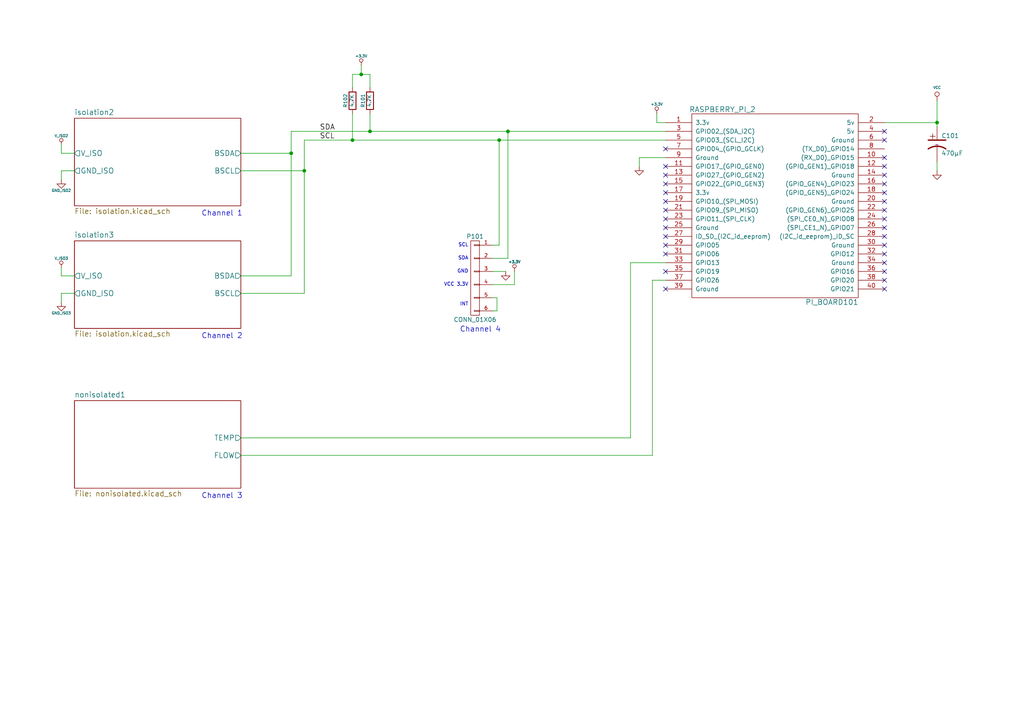
<source format=kicad_sch>
(kicad_sch (version 20211123) (generator eeschema)
  (paper "A4")
  (title_block (title "Tentacle for Raspberry Pi") (date "2016-11-04") (rev "00.04") (company "Whitebox Labs") (comment 1 "Dual isolation, I2C Bus Design") (comment 2 "Pedro Martin"))
  (lib_symbols
    (symbol "tentacle-raspi:+3,3V" (power) (pin_names (offset 0))
      (property "Value" "+3,3V" (at 0 2.794 0))
      (symbol "+3,3V_0_0"
        (pin power_in line (at 0 0 90) (length 0) hide (name "+3.3V") (number "1"))
      )
      (symbol "+3,3V_0_1"
        (polyline (pts (xy 0 0) (xy 0 1.016) (xy 0 1.016)))
        (circle (center 0 1.524) (radius 0.508))
      )
    )
    (symbol "tentacle-raspi:CONN_01X06" (pin_names (offset 1.016) hide)
      (property "Reference" "P" (at 0 12.065 0))
      (property "Value" "CONN_01X06" (at 2.54 0 90))
      (symbol "CONN_01X06_0_1"
        (rectangle (start -1.27 -9.398) (end 0.254 -9.652))
        (rectangle (start -1.27 -5.588) (end 0.254 -5.842))
        (rectangle (start -1.27 -1.778) (end 0.254 -2.032))
        (rectangle (start -1.27 2.032) (end 0.254 1.778))
        (rectangle (start -1.27 5.842) (end 0.254 5.588))
        (rectangle (start -1.27 9.652) (end 0.254 9.398))
        (rectangle (start -1.27 10.795) (end 1.27 -10.795))
      )
      (symbol "CONN_01X06_1_1"
        (pin passive line (at -5.08 9.525 0) (length 3.81) (name "P1") (number "1"))
        (pin passive line (at -5.08 5.715 0) (length 3.81) (name "P2") (number "2"))
        (pin input line (at -5.08 1.905 0) (length 3.81) (name "3") (number "3"))
        (pin input line (at -5.08 -1.905 0) (length 3.81) (name "4") (number "4"))
        (pin input line (at -5.08 -5.715 0) (length 3.81) (name "5") (number "5"))
        (pin input line (at -5.08 -9.525 0) (length 3.81) (name "6") (number "6"))
      )
    )
    (symbol "tentacle-raspi:CP1" (pin_numbers hide) (pin_names (offset 0.254) hide)
      (property "Reference" "C" (at 1.27 2.54 0))
      (property "Value" "CP1" (at 1.27 -2.54 0))
      (symbol "CP1_0_0"
        (text "+" (at -1.27 2.54 0) (effects (font (size 2.032 2.032))))
      )
      (symbol "CP1_0_1"
        (polyline (pts (xy -2.54 1.27) (xy 2.54 1.27) (xy 1.27 1.27) (xy 1.27 1.27)) (stroke (width 0.381)))
        (arc (start 2.54 -1.27) (mid 0 -0.5009) (end -2.54 -1.27) (stroke (width 0.381)))
      )
      (symbol "CP1_1_1"
        (pin passive line (at 0 5.08 270) (length 3.81) (name "~") (number "1"))
        (pin passive line (at 0 -5.08 90) (length 4.572) (name "~") (number "2"))
      )
    )
    (symbol "tentacle-raspi:GND" (power) (pin_names (offset 0))
      (property "Value" "GND" (at 0 -3.175 0))
      (symbol "GND_0_1"
        (polyline (pts (xy 0 0) (xy 0 -1.27) (xy 1.27 -1.27) (xy 0 -2.54) (xy -1.27 -1.27) (xy 0 -1.27)))
      )
      (symbol "GND_1_1"
        (pin power_in line (at 0 0 270) (length 0) hide (name "GND") (number "1"))
      )
    )
    (symbol "tentacle-raspi:GND_ISO2" (power) (pin_names (offset 0))
      (property "Value" "GND_ISO2" (at 0 -3.175 0))
      (symbol "GND_ISO2_0_1"
        (polyline (pts (xy 0 0) (xy 0 -1.27) (xy 1.27 -1.27) (xy 0 -2.54) (xy -1.27 -1.27) (xy 0 -1.27)))
      )
      (symbol "GND_ISO2_1_1"
        (pin power_in line (at 0 0 270) (length 0) hide (name "GND_ISO2") (number "1"))
      )
    )
    (symbol "tentacle-raspi:GND_ISO3" (power) (pin_names (offset 0))
      (property "Value" "GND_ISO3" (at 0 -3.175 0))
      (symbol "GND_ISO3_0_1"
        (polyline (pts (xy 0 0) (xy 0 -1.27) (xy 1.27 -1.27) (xy 0 -2.54) (xy -1.27 -1.27) (xy 0 -1.27)))
      )
      (symbol "GND_ISO3_1_1"
        (pin power_in line (at 0 0 270) (length 0) hide (name "GND_ISO3") (number "1"))
      )
    )
    (symbol "tentacle-raspi:R" (pin_numbers hide) (pin_names (offset 0))
      (property "Reference" "R" (at 2.032 0 90))
      (property "Value" "R" (at 0 0 90))
      (symbol "R_0_1"
        (rectangle (start -1.016 -2.54) (end 1.016 2.54) (stroke (width 0.254)))
      )
      (symbol "R_1_1"
        (pin passive line (at 0 3.81 270) (length 1.27) (name "~") (number "1"))
        (pin passive line (at 0 -3.81 90) (length 1.27) (name "~") (number "2"))
      )
    )
    (symbol "tentacle-raspi:RASPBERRY_PI_2" (pin_names (offset 1.016))
      (property "Reference" "PI_BOARD" (at 0 -29.21 0))
      (property "Value" "RASPBERRY_PI_2" (at 0 26.67 0))
      (symbol "RASPBERRY_PI_2_0_1"
        (rectangle (start -24.13 25.4) (end 24.13 -27.94))
      )
      (symbol "RASPBERRY_PI_2_1_1"
        (pin power_out line (at -31.75 22.86 0) (length 7.62) (name "3.3v") (number "1"))
        (pin bidirectional line (at 31.75 12.7 180) (length 7.62) (name "(RX_D0)_GPIO15") (number "10"))
        (pin bidirectional line (at -31.75 10.16 0) (length 7.62) (name "GPIO17_(GPIO_GEN0)") (number "11"))
        (pin bidirectional line (at 31.75 10.16 180) (length 7.62) (name "(GPIO_GEN1)_GPIO18") (number "12"))
        (pin bidirectional line (at -31.75 7.62 0) (length 7.62) (name "GPIO27_(GPIO_GEN2)") (number "13"))
        (pin power_out line (at 31.75 7.62 180) (length 7.62) (name "Ground") (number "14"))
        (pin bidirectional line (at -31.75 5.08 0) (length 7.62) (name "GPIO22_(GPIO_GEN3)") (number "15"))
        (pin bidirectional line (at 31.75 5.08 180) (length 7.62) (name "(GPIO_GEN4)_GPIO23") (number "16"))
        (pin power_out line (at -31.75 2.54 0) (length 7.62) (name "3.3v") (number "17"))
        (pin bidirectional line (at 31.75 2.54 180) (length 7.62) (name "(GPIO_GEN5)_GPIO24") (number "18"))
        (pin bidirectional line (at -31.75 0 0) (length 7.62) (name "GPIO10_(SPI_MOSI)") (number "19"))
        (pin power_out line (at 31.75 22.86 180) (length 7.62) (name "5v") (number "2"))
        (pin power_out line (at 31.75 0 180) (length 7.62) (name "Ground") (number "20"))
        (pin bidirectional line (at -31.75 -2.54 0) (length 7.62) (name "GPIO09_(SPI_MISO)") (number "21"))
        (pin bidirectional line (at 31.75 -2.54 180) (length 7.62) (name "(GPIO_GEN6)_GPIO25") (number "22"))
        (pin bidirectional line (at -31.75 -5.08 0) (length 7.62) (name "GPIO11_(SPI_CLK)") (number "23"))
        (pin bidirectional line (at 31.75 -5.08 180) (length 7.62) (name "(SPI_CE0_N)_GPIO08") (number "24"))
        (pin power_out line (at -31.75 -7.62 0) (length 7.62) (name "Ground") (number "25"))
        (pin bidirectional line (at 31.75 -7.62 180) (length 7.62) (name "(SPI_CE1_N)_GPIO07") (number "26"))
        (pin bidirectional line (at -31.75 -10.16 0) (length 7.62) (name "ID_SD_(I2C_id_eeprom)") (number "27"))
        (pin bidirectional line (at 31.75 -10.16 180) (length 7.62) (name "(I2C_id_eeprom)_ID_SC") (number "28"))
        (pin bidirectional line (at -31.75 -12.7 0) (length 7.62) (name "GPIO05") (number "29"))
        (pin bidirectional line (at -31.75 20.32 0) (length 7.62) (name "GPIO02_(SDA_I2C)") (number "3"))
        (pin power_out line (at 31.75 -12.7 180) (length 7.62) (name "Ground") (number "30"))
        (pin bidirectional line (at -31.75 -15.24 0) (length 7.62) (name "GPIO06") (number "31"))
        (pin bidirectional line (at 31.75 -15.24 180) (length 7.62) (name "GPIO12") (number "32"))
        (pin bidirectional line (at -31.75 -17.78 0) (length 7.62) (name "GPIO13") (number "33"))
        (pin power_out line (at 31.75 -17.78 180) (length 7.62) (name "Ground") (number "34"))
        (pin bidirectional line (at -31.75 -20.32 0) (length 7.62) (name "GPIO19") (number "35"))
        (pin bidirectional line (at 31.75 -20.32 180) (length 7.62) (name "GPIO16") (number "36"))
        (pin bidirectional line (at -31.75 -22.86 0) (length 7.62) (name "GPIO26") (number "37"))
        (pin bidirectional line (at 31.75 -22.86 180) (length 7.62) (name "GPIO20") (number "38"))
        (pin power_out line (at -31.75 -25.4 0) (length 7.62) (name "Ground") (number "39"))
        (pin power_out line (at 31.75 20.32 180) (length 7.62) (name "5v") (number "4"))
        (pin bidirectional line (at 31.75 -25.4 180) (length 7.62) (name "GPIO21") (number "40"))
        (pin bidirectional line (at -31.75 17.78 0) (length 7.62) (name "GPIO03_(SCL_I2C)") (number "5"))
        (pin power_out line (at 31.75 17.78 180) (length 7.62) (name "Ground") (number "6"))
        (pin bidirectional line (at -31.75 15.24 0) (length 7.62) (name "GPIO04_(GPIO_GCLK)") (number "7"))
        (pin bidirectional line (at 31.75 15.24 180) (length 7.62) (name "(TX_D0)_GPIO14") (number "8"))
        (pin power_out line (at -31.75 12.7 0) (length 7.62) (name "Ground") (number "9"))
      )
    )
    (symbol "tentacle-raspi:VCC" (power) (pin_names (offset 0))
      (property "Value" "VCC" (at 0 3.81 0))
      (symbol "VCC_0_1"
        (polyline (pts (xy 0 0) (xy 0 1.27)))
        (circle (center 0 1.905) (radius 0.635))
      )
      (symbol "VCC_1_1"
        (pin power_in line (at 0 0 90) (length 0) hide (name "VCC") (number "1"))
      )
    )
    (symbol "tentacle-raspi:V_ISO2" (power) (pin_names (offset 0))
      (property "Value" "V_ISO2" (at 0 2.54 0))
      (symbol "V_ISO2_0_0"
        (pin power_in line (at 0 0 90) (length 0) hide (name "V_ISO2") (number "1"))
      )
      (symbol "V_ISO2_0_1"
        (polyline (pts (xy 0 0) (xy 0 0.762) (xy 0 0.762)))
        (circle (center 0 1.27) (radius 0.508))
      )
    )
    (symbol "tentacle-raspi:V_ISO3" (power) (pin_names (offset 0))
      (property "Value" "V_ISO3" (at 0 2.54 0))
      (symbol "V_ISO3_0_0"
        (pin power_in line (at 0 0 90) (length 0) hide (name "V_ISO3") (number "1"))
      )
      (symbol "V_ISO3_0_1"
        (polyline (pts (xy 0 0) (xy 0 0.762) (xy 0 0.762)))
        (circle (center 0 1.27) (radius 0.508))
      )
    )
  )
  (junction (at 104.775 21.59))
  (junction (at 84.455 44.45))
  (junction (at 271.78 35.56))
  (junction (at 107.315 38.1))
  (junction (at 144.78 40.64))
  (junction (at 147.32 38.1))
  (junction (at 102.235 40.64))
  (junction (at 88.265 49.53))
  (no_connect (at 256.54 76.2))
  (no_connect (at 193.04 68.58))
  (no_connect (at 193.04 60.96))
  (no_connect (at 256.54 38.1))
  (no_connect (at 256.54 81.28))
  (no_connect (at 256.54 71.12))
  (no_connect (at 193.04 43.18))
  (no_connect (at 256.54 45.72))
  (no_connect (at 256.54 48.26))
  (no_connect (at 193.04 50.8))
  (no_connect (at 193.04 58.42))
  (no_connect (at 256.54 40.64))
  (no_connect (at 193.04 71.12))
  (no_connect (at 193.04 48.26))
  (no_connect (at 256.54 68.58))
  (no_connect (at 256.54 53.34))
  (no_connect (at 256.54 73.66))
  (no_connect (at 256.54 50.8))
  (no_connect (at 193.04 63.5))
  (no_connect (at 193.04 66.04))
  (no_connect (at 256.54 55.88))
  (no_connect (at 193.04 78.74))
  (no_connect (at 193.04 55.88))
  (no_connect (at 256.54 63.5))
  (no_connect (at 256.54 66.04))
  (no_connect (at 256.54 78.74))
  (no_connect (at 193.04 73.66))
  (no_connect (at 193.04 83.82))
  (no_connect (at 193.04 53.34))
  (no_connect (at 256.54 83.82))
  (no_connect (at 256.54 58.42))
  (no_connect (at 256.54 60.96))
  (wire (pts (xy 21.59 49.53) (xy 17.78 49.53)))
  (wire (pts (xy 17.78 44.45) (xy 17.78 41.91)))
  (wire (pts (xy 271.78 49.53) (xy 271.78 46.99)))
  (wire (pts (xy 84.455 38.1) (xy 107.315 38.1)))
  (wire (pts (xy 193.04 45.72) (xy 185.42 45.72)))
  (wire (pts (xy 102.235 21.59) (xy 102.235 25.4)))
  (wire (pts (xy 147.32 74.93) (xy 147.32 38.1)))
  (wire (pts (xy 182.88 76.2) (xy 182.88 127)))
  (wire (pts (xy 21.59 80.01) (xy 17.78 80.01)))
  (wire (pts (xy 190.5 35.56) (xy 190.5 33.02)))
  (wire (pts (xy 271.78 35.56) (xy 271.78 36.83)))
  (wire (pts (xy 142.875 86.36) (xy 144.145 86.36)))
  (wire (pts (xy 107.315 21.59) (xy 107.315 25.4)))
  (wire (pts (xy 104.775 21.59) (xy 104.775 19.05)))
  (wire (pts (xy 149.225 82.55) (xy 142.875 82.55)))
  (wire (pts (xy 147.32 38.1) (xy 193.04 38.1)))
  (wire (pts (xy 193.04 81.28) (xy 189.23 81.28)))
  (wire (pts (xy 271.78 35.56) (xy 256.54 35.56)))
  (wire (pts (xy 102.235 33.02) (xy 102.235 40.64)))
  (wire (pts (xy 271.78 29.21) (xy 271.78 35.56)))
  (wire (pts (xy 144.145 86.36) (xy 144.145 90.17)))
  (wire (pts (xy 104.775 21.59) (xy 107.315 21.59)))
  (wire (pts (xy 88.265 49.53) (xy 69.85 49.53)))
  (wire (pts (xy 182.88 127) (xy 69.85 127)))
  (wire (pts (xy 142.875 74.93) (xy 147.32 74.93)))
  (wire (pts (xy 69.85 44.45) (xy 84.455 44.45)))
  (wire (pts (xy 149.225 82.55) (xy 149.225 78.74)))
  (wire (pts (xy 17.78 85.09) (xy 17.78 87.63)))
  (wire (pts (xy 185.42 45.72) (xy 185.42 48.26)))
  (wire (pts (xy 17.78 80.01) (xy 17.78 77.47)))
  (wire (pts (xy 21.59 85.09) (xy 17.78 85.09)))
  (wire (pts (xy 142.875 78.74) (xy 146.685 78.74)))
  (wire (pts (xy 88.265 85.09) (xy 69.85 85.09)))
  (wire (pts (xy 88.265 40.64) (xy 88.265 49.53)))
  (wire (pts (xy 189.23 132.08) (xy 69.85 132.08)))
  (wire (pts (xy 182.88 76.2) (xy 193.04 76.2)))
  (wire (pts (xy 17.78 49.53) (xy 17.78 52.07)))
  (wire (pts (xy 189.23 81.28) (xy 189.23 132.08)))
  (wire (pts (xy 142.875 71.12) (xy 144.78 71.12)))
  (wire (pts (xy 21.59 44.45) (xy 17.78 44.45)))
  (wire (pts (xy 144.78 71.12) (xy 144.78 40.64)))
  (wire (pts (xy 102.235 21.59) (xy 104.775 21.59)))
  (wire (pts (xy 144.78 40.64) (xy 193.04 40.64)))
  (wire (pts (xy 84.455 38.1) (xy 84.455 44.45)))
  (wire (pts (xy 88.265 49.53) (xy 88.265 85.09)))
  (wire (pts (xy 84.455 44.45) (xy 84.455 80.01)))
  (wire (pts (xy 193.04 35.56) (xy 190.5 35.56)))
  (wire (pts (xy 144.145 90.17) (xy 142.875 90.17)))
  (wire (pts (xy 102.235 40.64) (xy 144.78 40.64)))
  (wire (pts (xy 88.265 40.64) (xy 102.235 40.64)))
  (wire (pts (xy 107.315 38.1) (xy 147.32 38.1)))
  (wire (pts (xy 107.315 33.02) (xy 107.315 38.1)))
  (wire (pts (xy 84.455 80.01) (xy 69.85 80.01)))
  (text "Channel 3" (at 58.42 144.78 0) (effects (font (size 1.524 1.524)) (justify left bottom)))
  (text "Channel 2" (at 58.42 98.425 0) (effects (font (size 1.524 1.524)) (justify left bottom)))
  (text "SCL" (at 135.89 71.755 180) (effects (font (size 1.016 1.016)) (justify right bottom)))
  (text "Channel 1" (at 58.42 62.865 0) (effects (font (size 1.524 1.524)) (justify left bottom)))
  (text "GND" (at 135.89 79.375 180) (effects (font (size 1.016 1.016)) (justify right bottom)))
  (text "VCC 3.3V" (at 135.89 83.185 180) (effects (font (size 1.016 1.016)) (justify right bottom)))
  (text "Channel 4" (at 133.35 96.52 0) (effects (font (size 1.524 1.524)) (justify left bottom)))
  (text "INT" (at 135.89 88.9 180) (effects (font (size 1.016 1.016)) (justify right bottom)))
  (text "SDA" (at 135.89 75.565 180) (effects (font (size 1.016 1.016)) (justify right bottom)))
  (label "SDA" (at 92.71 38.1 0) (effects (font (size 1.524 1.524))))
  (label "SCL" (at 92.71 40.64 0) (effects (font (size 1.524 1.524))))
  (symbol (lib_id "tentacle-raspi:GND") (at 271.78 49.53 0) (unit 1)
    (property "Reference" "#PWR01" (effects hide))
    (property "Value" "GND" (effects hide))
  )
  (symbol (lib_id "tentacle-raspi:R") (at 102.235 29.21 180) (unit 1)
    (property "Reference" "R102" (at 100.203 29.21 90) (effects (font (size 1.016 1.016))))
    (property "Value" "4.7K" (at 102.0572 29.2354 90) (effects (font (size 1.016 1.016))))
    (property "Footprint" "temp_terminal:WL-SM0805R" (effects hide))
    (property "Datasheet" "~" (at 102.235 29.21 0) (effects (font (size 0.762 0.762))))
  )
  (symbol (lib_id "tentacle-raspi:R") (at 107.315 29.21 180) (unit 1)
    (property "Reference" "R101" (at 105.283 29.21 90) (effects (font (size 1.016 1.016))))
    (property "Value" "4.7K" (at 107.1372 29.2354 90) (effects (font (size 1.016 1.016))))
    (property "Footprint" "temp_terminal:WL-SM0805R" (effects hide))
    (property "Datasheet" "~" (at 107.315 29.21 0) (effects (font (size 0.762 0.762))))
  )
  (symbol (lib_id "tentacle-raspi:VCC") (at 271.78 29.21 0) (unit 1)
    (property "Reference" "#PWR02" (effects hide))
    (property "Value" "VCC" (at 271.78 25.4 0) (effects (font (size 0.762 0.762))))
  )
  (symbol (lib_id "tentacle-raspi:CP1") (at 271.78 41.91 0) (unit 1)
    (property "Reference" "C101" (at 273.05 39.37 0) (effects (justify left)))
    (property "Value" "470µF" (at 273.05 44.45 0) (effects (justify left)))
    (property "Footprint" "temp_terminal:WL-CASE-X-2917" (effects hide))
    (property "Datasheet" "~" (at 271.78 41.91 0) (effects (font (size 1.524 1.524))))
  )
  (symbol (lib_id "tentacle-raspi:GND") (at 185.42 48.26 0) (unit 1)
    (property "Reference" "#PWR03" (effects hide))
    (property "Value" "GND" (effects hide))
  )
  (symbol (lib_id "tentacle-raspi:RASPBERRY_PI_2") (at 224.79 58.42 0) (unit 1)
    (property "Reference" "PI_BOARD101" (at 241.3 87.63 0) (effects (font (size 1.524 1.524))))
    (property "Value" "RASPBERRY_PI_2" (at 209.55 31.75 0) (effects (font (size 1.524 1.524))))
    (property "Footprint" "temp_terminal:WL-40pin_snk" (effects hide))
  )
  (symbol (lib_id "tentacle-raspi:+3,3V") (at 190.5 33.02 0) (unit 1)
    (property "Reference" "#PWR04" (effects hide))
    (property "Value" "+3,3V" (at 190.5 30.226 0) (effects (font (size 0.762 0.762))))
  )
  (symbol (lib_id "tentacle-raspi:+3,3V") (at 104.775 19.05 0) (unit 1)
    (property "Reference" "#PWR05" (effects hide))
    (property "Value" "+3,3V" (at 104.775 16.256 0) (effects (font (size 0.762 0.762))))
  )
  (symbol (lib_id "tentacle-raspi:V_ISO2") (at 17.78 41.91 0) (unit 1)
    (property "Reference" "#PWR_ISO07" (effects hide))
    (property "Value" "V_ISO2" (at 17.78 39.37 0) (effects (font (size 0.762 0.762))))
  )
  (symbol (lib_id "tentacle-raspi:V_ISO3") (at 17.78 77.47 0) (unit 1)
    (property "Reference" "#PWR_ISO08" (effects hide))
    (property "Value" "V_ISO3" (at 17.78 74.93 0) (effects (font (size 0.762 0.762))))
  )
  (symbol (lib_id "tentacle-raspi:GND_ISO2") (at 17.78 52.07 0) (unit 1)
    (property "Reference" "#PWR09" (effects hide))
    (property "Value" "GND_ISO2" (at 17.78 55.245 0) (effects (font (size 0.762 0.762))))
  )
  (symbol (lib_id "tentacle-raspi:GND_ISO3") (at 17.78 87.63 0) (unit 1)
    (property "Reference" "#PWR010" (effects hide))
    (property "Value" "GND_ISO3" (at 17.78 90.805 0) (effects (font (size 0.762 0.762))))
  )
  (symbol (lib_id "tentacle-raspi:CONN_01X06") (at 137.795 80.645 0) (mirror y) (unit 1)
    (property "Reference" "P101" (at 137.795 68.58 0))
    (property "Value" "CONN_01X06" (at 137.795 92.71 0))
    (property "Footprint" "temp_terminal:WL-PINH_1X6_snk" (effects hide))
  )
  (symbol (lib_id "tentacle-raspi:GND") (at 146.685 78.74 0) (mirror y) (unit 1)
    (property "Reference" "#PWR011" (effects hide))
    (property "Value" "GND" (effects hide))
  )
  (symbol (lib_id "tentacle-raspi:+3,3V") (at 149.225 78.74 0) (unit 1)
    (property "Reference" "#PWR012" (effects hide))
    (property "Value" "+3,3V" (at 149.225 75.946 0) (effects (font (size 0.762 0.762))))
  )
  (sheet (at 21.59 34.29) (size 48.26 25.4)
    (property "Sheet name" "isolation2" (at 21.59 33.4514 0) (effects (font (size 1.524 1.524)) (justify left bottom)))
    (property "Sheet file" "isolation.kicad_sch" (at 21.59 60.3762 0) (effects (font (size 1.524 1.524)) (justify left top)))
    (pin "BSDA" output (at 69.85 44.45 0) (effects (font (size 1.524 1.524))))
    (pin "BSCL" output (at 69.85 49.53 0) (effects (font (size 1.524 1.524))))
    (pin "V_ISO" output (at 21.59 44.45 180) (effects (font (size 1.524 1.524))))
    (pin "GND_ISO" output (at 21.59 49.53 180) (effects (font (size 1.524 1.524))))
  )
  (sheet (at 21.59 69.85) (size 48.26 25.4)
    (property "Sheet name" "isolation3" (at 21.59 69.0114 0) (effects (font (size 1.524 1.524)) (justify left bottom)))
    (property "Sheet file" "isolation.kicad_sch" (at 21.59 95.9362 0) (effects (font (size 1.524 1.524)) (justify left top)))
    (pin "BSDA" output (at 69.85 80.01 0) (effects (font (size 1.524 1.524))))
    (pin "BSCL" output (at 69.85 85.09 0) (effects (font (size 1.524 1.524))))
    (pin "V_ISO" output (at 21.59 80.01 180) (effects (font (size 1.524 1.524))))
    (pin "GND_ISO" output (at 21.59 85.09 180) (effects (font (size 1.524 1.524))))
  )
  (sheet (at 21.59 116.205) (size 48.26 25.4)
    (property "Sheet name" "nonisolated1" (at 21.59 115.3664 0) (effects (font (size 1.524 1.524)) (justify left bottom)))
    (property "Sheet file" "nonisolated.kicad_sch" (at 21.59 142.2912 0) (effects (font (size 1.524 1.524)) (justify left top)))
    (pin "TEMP" output (at 69.85 127 0) (effects (font (size 1.524 1.524))))
    (pin "FLOW" output (at 69.85 132.08 0) (effects (font (size 1.524 1.524))))
  )
)
</source>
